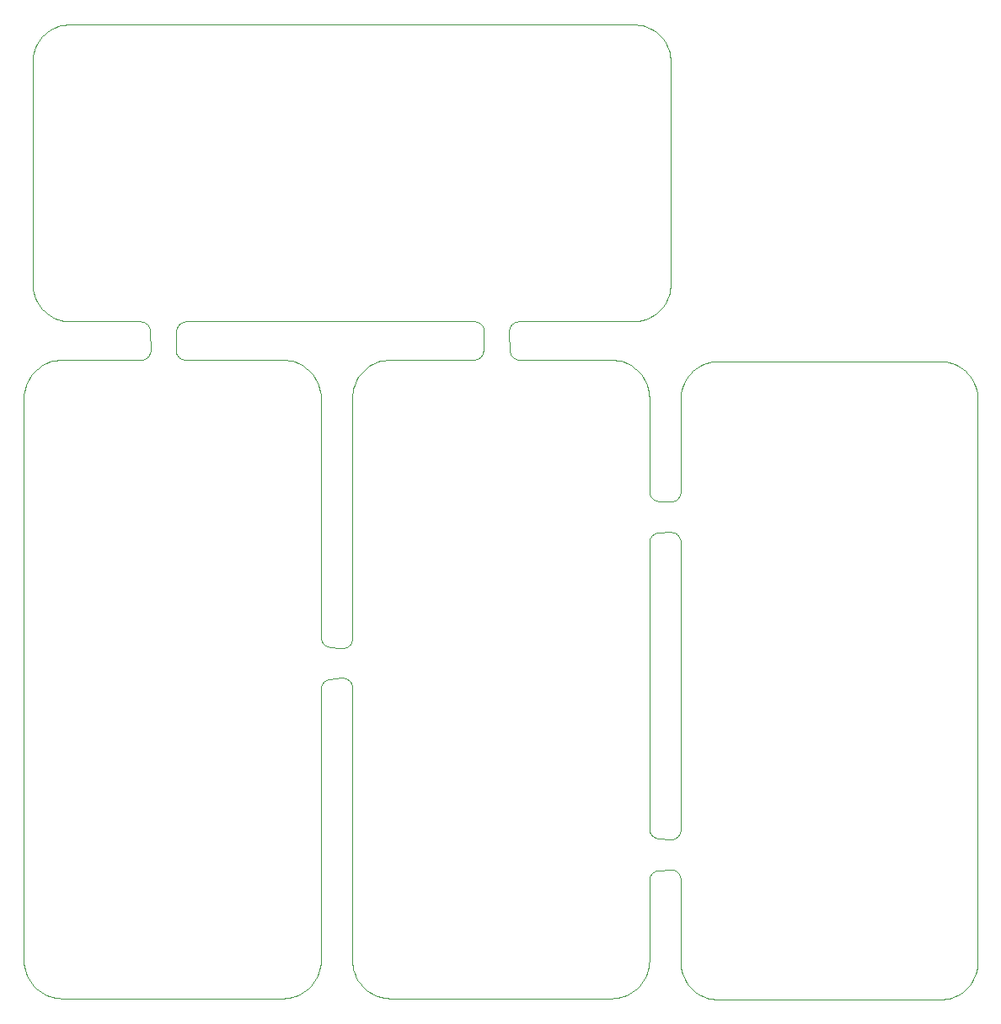
<source format=gko>
%MOIN*%
%OFA0B0*%
%FSLAX36Y36*%
%IPPOS*%
%LPD*%
%ADD10C,0*%
D10*
X000642477Y002677165D02*
X000642477Y002677165D01*
X001781184Y002677165D01*
X001784352Y002677037D01*
X001787500Y002676655D01*
X001790606Y002676021D01*
X001793651Y002675139D01*
X001796616Y002674015D01*
X001799480Y002672656D01*
X001802226Y002671070D01*
X001804835Y002669269D01*
X001807291Y002667264D01*
X001809577Y002665068D01*
X001811680Y002662695D01*
X001813585Y002660161D01*
X001815279Y002657481D01*
X001816753Y002654674D01*
X001817996Y002651757D01*
X001819000Y002648750D01*
X001819759Y002645672D01*
X001820267Y002642542D01*
X001820523Y002639382D01*
X001820523Y002636212D01*
X001817568Y002562786D01*
X001817332Y002559784D01*
X001816867Y002556807D01*
X001816176Y002553876D01*
X001815262Y002551005D01*
X001814132Y002548213D01*
X001812792Y002545515D01*
X001811249Y002542928D01*
X001809513Y002540467D01*
X001807594Y002538145D01*
X001805503Y002535976D01*
X001803253Y002533974D01*
X001800856Y002532150D01*
X001798326Y002530515D01*
X001795679Y002529077D01*
X001792930Y002527847D01*
X001790094Y002526830D01*
X001787189Y002526032D01*
X001784232Y002525460D01*
X001781240Y002525115D01*
X001778230Y002524999D01*
X001449212Y002524999D01*
X001436825Y002524487D01*
X001424523Y002522954D01*
X001412389Y002520410D01*
X001400507Y002516872D01*
X001388958Y002512366D01*
X001377820Y002506921D01*
X001367170Y002500575D01*
X001357080Y002493371D01*
X001347620Y002485358D01*
X001338853Y002476592D01*
X001330841Y002467132D01*
X001323637Y002457042D01*
X001317291Y002446392D01*
X001311846Y002435254D01*
X001307339Y002423705D01*
X001303802Y002411822D01*
X001301258Y002399689D01*
X001299724Y002387386D01*
X001299212Y002374999D01*
X001299212Y001424280D01*
X001299075Y001420994D01*
X001298663Y001417730D01*
X001297981Y001414512D01*
X001297032Y001411362D01*
X001295824Y001408302D01*
X001294365Y001405354D01*
X001292664Y001402538D01*
X001290734Y001399874D01*
X001288589Y001397380D01*
X001286243Y001395074D01*
X001283713Y001392972D01*
X001281016Y001391089D01*
X001278171Y001389437D01*
X001275198Y001388028D01*
X001272118Y001386873D01*
X001268952Y001385979D01*
X001265723Y001385352D01*
X001262452Y001384997D01*
X001259164Y001384916D01*
X001255880Y001385110D01*
X001210407Y001389710D01*
X001207542Y001390106D01*
X001204713Y001390713D01*
X001201936Y001391525D01*
X001199227Y001392539D01*
X001196599Y001393749D01*
X001194067Y001395149D01*
X001191645Y001396730D01*
X001189345Y001398486D01*
X001187181Y001400406D01*
X001185163Y001402479D01*
X001183304Y001404695D01*
X001181611Y001407042D01*
X001180096Y001409506D01*
X001178766Y001412075D01*
X001177628Y001414735D01*
X001176689Y001417471D01*
X001175953Y001420269D01*
X001175424Y001423113D01*
X001175106Y001425989D01*
X001174999Y001428880D01*
X001174999Y002374999D01*
X001174487Y002387386D01*
X001172953Y002399689D01*
X001170409Y002411822D01*
X001166872Y002423705D01*
X001162365Y002435254D01*
X001156920Y002446392D01*
X001150574Y002457042D01*
X001143370Y002467132D01*
X001135358Y002476592D01*
X001126592Y002485358D01*
X001117131Y002493371D01*
X001107042Y002500575D01*
X001096391Y002506921D01*
X001085253Y002512366D01*
X001073704Y002516872D01*
X001061822Y002520410D01*
X001049688Y002522954D01*
X001037386Y002524487D01*
X001025000Y002524999D01*
X000640541Y002524999D01*
X000637401Y002525125D01*
X000634280Y002525500D01*
X000631199Y002526124D01*
X000628178Y002526991D01*
X000625236Y002528096D01*
X000622391Y002529433D01*
X000619662Y002530992D01*
X000617066Y002532764D01*
X000614619Y002534738D01*
X000612338Y002536900D01*
X000610237Y002539237D01*
X000608328Y002541735D01*
X000606625Y002544377D01*
X000605138Y002547146D01*
X000603877Y002550025D01*
X000602850Y002552995D01*
X000602063Y002556038D01*
X000601521Y002559135D01*
X000601227Y002562264D01*
X000601185Y002565407D01*
X000603120Y002638832D01*
X000603317Y002641865D01*
X000603748Y002644874D01*
X000604410Y002647841D01*
X000605298Y002650747D01*
X000606408Y002653577D01*
X000607733Y002656312D01*
X000609265Y002658938D01*
X000610995Y002661437D01*
X000612913Y002663795D01*
X000615007Y002665998D01*
X000617265Y002668033D01*
X000619672Y002669888D01*
X000622216Y002671552D01*
X000624881Y002673014D01*
X000627650Y002674266D01*
X000630508Y002675302D01*
X000633437Y002676113D01*
X000636420Y002676696D01*
X000639439Y002677048D01*
X000642477Y002677165D01*
X001958853Y002677165D02*
X001958853Y002677165D01*
X002409054Y002677165D01*
X002421441Y002677677D01*
X002433744Y002679211D01*
X002445877Y002681755D01*
X002457760Y002685292D01*
X002469309Y002689799D01*
X002480447Y002695244D01*
X002491097Y002701590D01*
X002501187Y002708794D01*
X002510647Y002716806D01*
X002519413Y002725572D01*
X002527426Y002735032D01*
X002534630Y002745122D01*
X002540975Y002755773D01*
X002546420Y002766910D01*
X002550927Y002778460D01*
X002554464Y002790342D01*
X002557008Y002802475D01*
X002558542Y002814778D01*
X002559054Y002827165D01*
X002559054Y003702165D01*
X002558542Y003714552D01*
X002557008Y003726854D01*
X002554464Y003738987D01*
X002550927Y003750870D01*
X002546420Y003762419D01*
X002540975Y003773556D01*
X002534630Y003784207D01*
X002527426Y003794297D01*
X002519413Y003803757D01*
X002510647Y003812523D01*
X002501187Y003820536D01*
X002491097Y003827740D01*
X002480447Y003834086D01*
X002469309Y003839531D01*
X002457760Y003844037D01*
X002445877Y003847575D01*
X002433744Y003850119D01*
X002421441Y003851652D01*
X002409054Y003852165D01*
X000184055Y003852165D01*
X000171668Y003851652D01*
X000159365Y003850119D01*
X000147232Y003847575D01*
X000135349Y003844037D01*
X000123800Y003839531D01*
X000112663Y003834086D01*
X000102012Y003827740D01*
X000091922Y003820536D01*
X000082462Y003812523D01*
X000073696Y003803757D01*
X000065683Y003794297D01*
X000058479Y003784207D01*
X000052133Y003773556D01*
X000046689Y003762419D01*
X000042182Y003750870D01*
X000038644Y003738987D01*
X000036100Y003726854D01*
X000034567Y003714552D01*
X000034055Y003702165D01*
X000034055Y002827165D01*
X000034567Y002814778D01*
X000036100Y002802475D01*
X000038644Y002790342D01*
X000042182Y002778460D01*
X000046689Y002766910D01*
X000052133Y002755773D01*
X000058479Y002745122D01*
X000065683Y002735032D01*
X000073696Y002725572D01*
X000082462Y002716806D01*
X000091922Y002708794D01*
X000102012Y002701590D01*
X000112663Y002695244D01*
X000123800Y002689799D01*
X000135349Y002685292D01*
X000147232Y002681755D01*
X000159365Y002679211D01*
X000171668Y002677677D01*
X000184055Y002677165D01*
X000459885Y002677165D01*
X000462922Y002677048D01*
X000465941Y002676696D01*
X000468924Y002676113D01*
X000471853Y002675302D01*
X000474711Y002674266D01*
X000477480Y002673014D01*
X000480145Y002671552D01*
X000482689Y002669888D01*
X000485097Y002668033D01*
X000487354Y002665998D01*
X000489448Y002663795D01*
X000491366Y002661437D01*
X000493096Y002658938D01*
X000494628Y002656312D01*
X000495953Y002653577D01*
X000497063Y002650747D01*
X000497952Y002647841D01*
X000498613Y002644874D01*
X000499044Y002641865D01*
X000499241Y002638832D01*
X000501177Y002565407D01*
X000501134Y002562264D01*
X000500841Y002559135D01*
X000500299Y002556038D01*
X000499511Y002552995D01*
X000498484Y002550025D01*
X000497223Y002547146D01*
X000495736Y002544377D01*
X000494033Y002541735D01*
X000492125Y002539237D01*
X000490023Y002536900D01*
X000487742Y002534738D01*
X000485296Y002532764D01*
X000482700Y002530992D01*
X000479971Y002529433D01*
X000477126Y002528096D01*
X000474183Y002526991D01*
X000471162Y002526124D01*
X000468081Y002525500D01*
X000464961Y002525125D01*
X000461820Y002524999D01*
X000149999Y002524999D01*
X000137612Y002524487D01*
X000125310Y002522954D01*
X000113177Y002520410D01*
X000101294Y002516872D01*
X000089745Y002512366D01*
X000078607Y002506921D01*
X000067957Y002500575D01*
X000057867Y002493371D01*
X000048407Y002485358D01*
X000039641Y002476592D01*
X000031628Y002467132D01*
X000024424Y002457042D01*
X000018078Y002446392D01*
X000012633Y002435254D01*
X000008127Y002423705D01*
X000004589Y002411822D01*
X000002045Y002399689D01*
X000000512Y002387386D01*
X000000000Y002374999D01*
X000000000Y000150000D01*
X000000512Y000137613D01*
X000002045Y000125310D01*
X000004589Y000113177D01*
X000008127Y000101295D01*
X000012633Y000089745D01*
X000018078Y000078608D01*
X000024424Y000067958D01*
X000031628Y000057868D01*
X000039641Y000048407D01*
X000048407Y000039641D01*
X000057867Y000031629D01*
X000067957Y000024424D01*
X000078607Y000018079D01*
X000089745Y000012634D01*
X000101294Y000008127D01*
X000113177Y000004590D01*
X000125310Y000002046D01*
X000137612Y000000512D01*
X000149999Y000000000D01*
X001025000Y000000000D01*
X001037386Y000000512D01*
X001049688Y000002046D01*
X001061822Y000004590D01*
X001073704Y000008127D01*
X001085253Y000012634D01*
X001096391Y000018079D01*
X001107042Y000024424D01*
X001117131Y000031629D01*
X001126592Y000039641D01*
X001135358Y000048407D01*
X001143370Y000057868D01*
X001150574Y000067958D01*
X001156920Y000078608D01*
X001162365Y000089745D01*
X001166872Y000101295D01*
X001170409Y000113177D01*
X001172953Y000125310D01*
X001174487Y000137613D01*
X001174999Y000150000D01*
X001174999Y001223544D01*
X001175106Y001226435D01*
X001175424Y001229311D01*
X001175953Y001232155D01*
X001176689Y001234953D01*
X001177628Y001237689D01*
X001178766Y001240349D01*
X001180096Y001242918D01*
X001181611Y001245383D01*
X001183304Y001247729D01*
X001185163Y001249945D01*
X001187181Y001252019D01*
X001189345Y001253938D01*
X001191645Y001255694D01*
X001194067Y001257276D01*
X001196599Y001258676D01*
X001199227Y001259886D01*
X001201936Y001260900D01*
X001204713Y001261712D01*
X001207542Y001262318D01*
X001210407Y001262715D01*
X001255880Y001267314D01*
X001259164Y001267508D01*
X001262452Y001267428D01*
X001265723Y001267072D01*
X001268952Y001266446D01*
X001272118Y001265551D01*
X001275198Y001264396D01*
X001278171Y001262987D01*
X001281016Y001261336D01*
X001283713Y001259452D01*
X001286243Y001257350D01*
X001288589Y001255044D01*
X001290734Y001252550D01*
X001292664Y001249886D01*
X001294365Y001247070D01*
X001295824Y001244122D01*
X001297032Y001241062D01*
X001297981Y001237913D01*
X001298663Y001234695D01*
X001299075Y001231431D01*
X001299212Y001228144D01*
X001299212Y000150000D01*
X001299724Y000137613D01*
X001301258Y000125310D01*
X001303802Y000113177D01*
X001307339Y000101295D01*
X001311846Y000089745D01*
X001317291Y000078608D01*
X001323637Y000067958D01*
X001330841Y000057868D01*
X001338853Y000048407D01*
X001347620Y000039641D01*
X001357080Y000031629D01*
X001367170Y000024424D01*
X001377820Y000018079D01*
X001388958Y000012634D01*
X001400507Y000008127D01*
X001412389Y000004590D01*
X001424523Y000002046D01*
X001436825Y000000512D01*
X001449212Y000000000D01*
X002324212Y000000000D01*
X002336599Y000000512D01*
X002348901Y000002046D01*
X002361034Y000004590D01*
X002372917Y000008127D01*
X002384466Y000012634D01*
X002395604Y000018079D01*
X002406254Y000024424D01*
X002416344Y000031629D01*
X002425804Y000039641D01*
X002434570Y000048407D01*
X002442583Y000057868D01*
X002449787Y000067958D01*
X002456133Y000078608D01*
X002461578Y000089745D01*
X002466085Y000101295D01*
X002469622Y000113177D01*
X002472166Y000125310D01*
X002473700Y000137613D01*
X002474212Y000150000D01*
X002474212Y000467117D01*
X002474323Y000470074D01*
X002474656Y000473013D01*
X002475209Y000475920D01*
X002475978Y000478776D01*
X002476960Y000481567D01*
X002478148Y000484277D01*
X002479537Y000486889D01*
X002481118Y000489390D01*
X002482882Y000491765D01*
X002484819Y000494000D01*
X002486919Y000496084D01*
X002489170Y000498005D01*
X002491558Y000499751D01*
X002494071Y000501312D01*
X002496693Y000502681D01*
X002499412Y000503849D01*
X002502210Y000504809D01*
X002505072Y000505557D01*
X002507983Y000506087D01*
X002510925Y000506398D01*
X002556161Y000509458D01*
X002559384Y000509543D01*
X002562604Y000509365D01*
X002565798Y000508924D01*
X002568945Y000508223D01*
X002572024Y000507267D01*
X002575014Y000506062D01*
X002577896Y000504616D01*
X002580650Y000502940D01*
X002583258Y000501043D01*
X002585701Y000498940D01*
X002587965Y000496644D01*
X002590033Y000494170D01*
X002591891Y000491536D01*
X002593528Y000488758D01*
X002594932Y000485856D01*
X002596094Y000482848D01*
X002597006Y000479755D01*
X002597661Y000476599D01*
X002598057Y000473399D01*
X002598189Y000470177D01*
X002598189Y000144921D01*
X002598701Y000132534D01*
X002600234Y000120232D01*
X002602778Y000108098D01*
X002606316Y000096216D01*
X002610822Y000084667D01*
X002616267Y000073529D01*
X002622613Y000062879D01*
X002629817Y000052789D01*
X002637830Y000043328D01*
X002646596Y000034562D01*
X002656056Y000026550D01*
X002666146Y000019346D01*
X002676796Y000013000D01*
X002687934Y000007555D01*
X002699483Y000003048D01*
X002711366Y-000000488D01*
X002723499Y-000003032D01*
X002735801Y-000004566D01*
X002748188Y-000005078D01*
X003623189Y-000005078D01*
X003635575Y-000004566D01*
X003647877Y-000003032D01*
X003660011Y-000000488D01*
X003671893Y000003048D01*
X003683442Y000007555D01*
X003694580Y000013000D01*
X003705231Y000019346D01*
X003715320Y000026550D01*
X003724781Y000034562D01*
X003733547Y000043328D01*
X003741559Y000052789D01*
X003748763Y000062879D01*
X003755109Y000073529D01*
X003760554Y000084667D01*
X003765061Y000096216D01*
X003768598Y000108098D01*
X003771142Y000120232D01*
X003772676Y000132534D01*
X003773188Y000144921D01*
X003773188Y002369921D01*
X003772676Y002382308D01*
X003771142Y002394610D01*
X003768598Y002406744D01*
X003765061Y002418626D01*
X003760554Y002430175D01*
X003755109Y002441313D01*
X003748763Y002451963D01*
X003741559Y002462053D01*
X003733547Y002471513D01*
X003724781Y002480279D01*
X003715320Y002488292D01*
X003705231Y002495496D01*
X003694580Y002501842D01*
X003683442Y002507287D01*
X003671893Y002511794D01*
X003660011Y002515331D01*
X003647877Y002517875D01*
X003635575Y002519408D01*
X003623189Y002519921D01*
X002748188Y002519921D01*
X002735801Y002519408D01*
X002723499Y002517875D01*
X002711366Y002515331D01*
X002699483Y002511794D01*
X002687934Y002507287D01*
X002676796Y002501842D01*
X002666146Y002495496D01*
X002656056Y002488292D01*
X002646596Y002480279D01*
X002637830Y002471513D01*
X002629817Y002462053D01*
X002622613Y002451963D01*
X002616267Y002441313D01*
X002610822Y002430175D01*
X002606316Y002418626D01*
X002602778Y002406744D01*
X002600234Y002394610D01*
X002598701Y002382308D01*
X002598189Y002369921D01*
X002598189Y002003904D01*
X002598061Y002000738D01*
X002597679Y001997593D01*
X002597046Y001994488D01*
X002596165Y001991444D01*
X002595042Y001988481D01*
X002593684Y001985618D01*
X002592100Y001982873D01*
X002590301Y001980264D01*
X002588298Y001977809D01*
X002586104Y001975523D01*
X002583733Y001973420D01*
X002581200Y001971515D01*
X002578523Y001969820D01*
X002575718Y001968346D01*
X002572804Y001967102D01*
X002569799Y001966097D01*
X002566722Y001965336D01*
X002563595Y001964825D01*
X002560437Y001964568D01*
X002557268Y001964565D01*
X002512032Y001966348D01*
X002509027Y001966582D01*
X002506049Y001967045D01*
X002503115Y001967734D01*
X002500242Y001968646D01*
X002497448Y001969775D01*
X002494748Y001971115D01*
X002492159Y001972657D01*
X002489695Y001974392D01*
X002487371Y001976311D01*
X002485200Y001978402D01*
X002483196Y001980653D01*
X002481370Y001983051D01*
X002479733Y001985581D01*
X002478294Y001988230D01*
X002477062Y001990980D01*
X002476044Y001993817D01*
X002475246Y001996723D01*
X002474673Y001999682D01*
X002474327Y002002676D01*
X002474212Y002005687D01*
X002474212Y002374999D01*
X002473700Y002387386D01*
X002472166Y002399689D01*
X002469622Y002411822D01*
X002466085Y002423705D01*
X002461578Y002435254D01*
X002456133Y002446392D01*
X002449787Y002457042D01*
X002442583Y002467132D01*
X002434570Y002476592D01*
X002425804Y002485358D01*
X002416344Y002493371D01*
X002406254Y002500575D01*
X002395604Y002506921D01*
X002384466Y002512366D01*
X002372917Y002516872D01*
X002361034Y002520410D01*
X002348901Y002522954D01*
X002336599Y002524487D01*
X002324212Y002524999D01*
X001961808Y002524999D01*
X001958798Y002525115D01*
X001955805Y002525460D01*
X001952848Y002526032D01*
X001949943Y002526830D01*
X001947108Y002527847D01*
X001944359Y002529077D01*
X001941711Y002530515D01*
X001939182Y002532150D01*
X001936785Y002533974D01*
X001934534Y002535976D01*
X001932443Y002538145D01*
X001930524Y002540467D01*
X001928788Y002542928D01*
X001927246Y002545515D01*
X001925905Y002548213D01*
X001924775Y002551005D01*
X001923862Y002553876D01*
X001923171Y002556807D01*
X001922706Y002559784D01*
X001922469Y002562786D01*
X001919515Y002636212D01*
X001919515Y002639382D01*
X001919770Y002642542D01*
X001920279Y002645672D01*
X001921038Y002648750D01*
X001922042Y002651757D01*
X001923285Y002654674D01*
X001924758Y002657481D01*
X001926453Y002660161D01*
X001928358Y002662695D01*
X001930460Y002665068D01*
X001932747Y002667264D01*
X001935203Y002669269D01*
X001937812Y002671070D01*
X001940557Y002672656D01*
X001943422Y002674015D01*
X001946386Y002675139D01*
X001949432Y002676021D01*
X001952538Y002676655D01*
X001955685Y002677037D01*
X001958853Y002677165D01*
X002598189Y000668105D02*
X002598189Y000668105D01*
X002598057Y000664883D01*
X002597661Y000661683D01*
X002597006Y000658527D01*
X002596094Y000655434D01*
X002594932Y000652426D01*
X002593528Y000649524D01*
X002591891Y000646746D01*
X002590033Y000644112D01*
X002587965Y000641638D01*
X002585701Y000639342D01*
X002583258Y000637239D01*
X002580650Y000635342D01*
X002577896Y000633666D01*
X002575014Y000632220D01*
X002572024Y000631015D01*
X002568945Y000630059D01*
X002565798Y000629358D01*
X002562604Y000628917D01*
X002559384Y000628739D01*
X002556161Y000628824D01*
X002510925Y000631884D01*
X002507983Y000632195D01*
X002505072Y000632725D01*
X002502210Y000633473D01*
X002499412Y000634433D01*
X002496693Y000635601D01*
X002494071Y000636970D01*
X002491558Y000638531D01*
X002489170Y000640277D01*
X002486919Y000642198D01*
X002484819Y000644282D01*
X002482882Y000646517D01*
X002481118Y000648892D01*
X002479537Y000651393D01*
X002478148Y000654005D01*
X002476960Y000656715D01*
X002475978Y000659506D01*
X002475209Y000662362D01*
X002474656Y000665269D01*
X002474323Y000668208D01*
X002474212Y000671165D01*
X002474212Y001802861D01*
X002474327Y001805873D01*
X002474673Y001808867D01*
X002475246Y001811826D01*
X002476044Y001814732D01*
X002477062Y001817569D01*
X002478294Y001820319D01*
X002479733Y001822967D01*
X002481370Y001825498D01*
X002483196Y001827895D01*
X002485200Y001830146D01*
X002487371Y001832238D01*
X002489695Y001834156D01*
X002492159Y001835892D01*
X002494748Y001837434D01*
X002497448Y001838773D01*
X002500242Y001839902D01*
X002503115Y001840814D01*
X002506049Y001841504D01*
X002509027Y001841967D01*
X002512032Y001842201D01*
X002557268Y001843984D01*
X002560437Y001843981D01*
X002563595Y001843723D01*
X002566722Y001843213D01*
X002569799Y001842452D01*
X002572804Y001841446D01*
X002575718Y001840203D01*
X002578523Y001838728D01*
X002581200Y001837033D01*
X002583733Y001835128D01*
X002586104Y001833026D01*
X002588298Y001830740D01*
X002590301Y001828284D01*
X002592100Y001825676D01*
X002593684Y001822931D01*
X002595042Y001820068D01*
X002596165Y001817105D01*
X002597046Y001814061D01*
X002597679Y001810956D01*
X002598061Y001807810D01*
X002598189Y001804644D01*
X002598189Y000668105D01*
M02*
</source>
